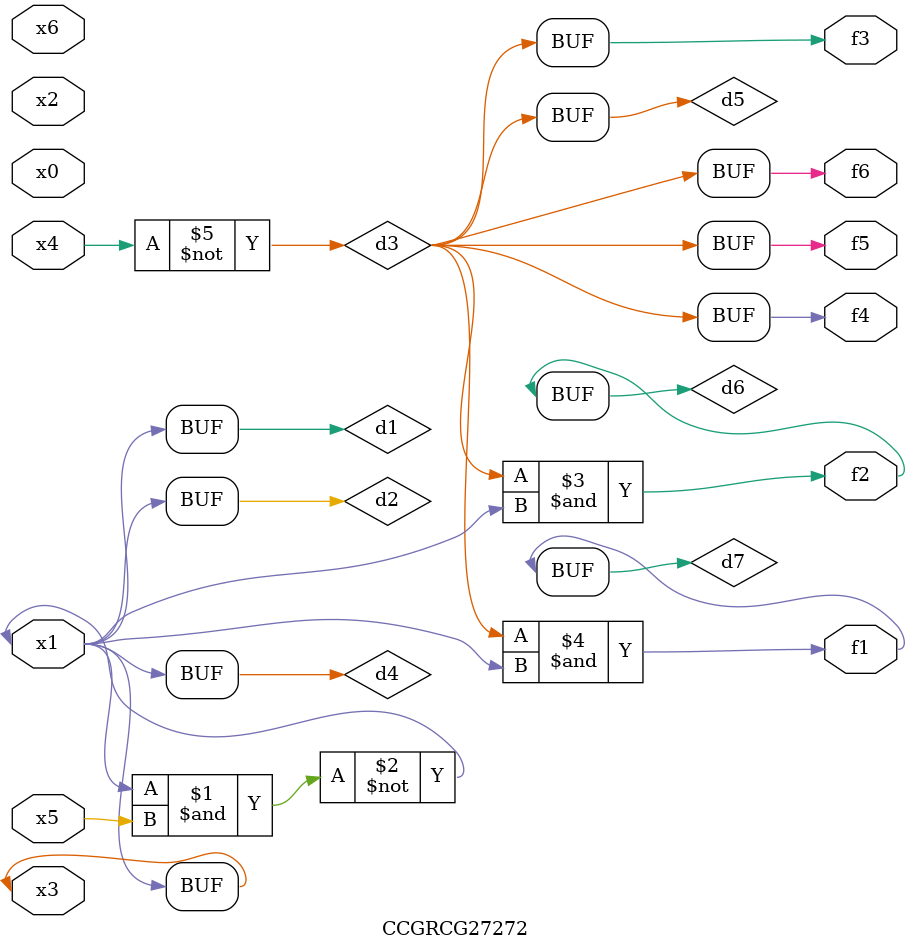
<source format=v>
module CCGRCG27272(
	input x0, x1, x2, x3, x4, x5, x6,
	output f1, f2, f3, f4, f5, f6
);

	wire d1, d2, d3, d4, d5, d6, d7;

	buf (d1, x1, x3);
	nand (d2, x1, x5);
	not (d3, x4);
	buf (d4, d1, d2);
	buf (d5, d3);
	and (d6, d3, d4);
	and (d7, d3, d4);
	assign f1 = d7;
	assign f2 = d6;
	assign f3 = d5;
	assign f4 = d5;
	assign f5 = d5;
	assign f6 = d5;
endmodule

</source>
